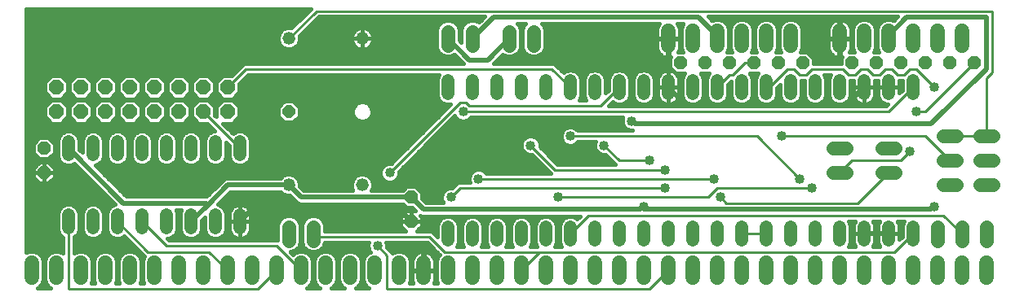
<source format=gbl>
G75*
%MOIN*%
%OFA0B0*%
%FSLAX24Y24*%
%IPPOS*%
%LPD*%
%AMOC8*
5,1,8,0,0,1.08239X$1,22.5*
%
%ADD10C,0.0600*%
%ADD11OC8,0.0600*%
%ADD12OC8,0.0520*%
%ADD13C,0.0520*%
%ADD14C,0.0560*%
%ADD15OC8,0.0515*%
%ADD16C,0.0520*%
%ADD17C,0.0200*%
%ADD18C,0.0160*%
%ADD19C,0.0100*%
%ADD20C,0.0400*%
D10*
X000680Y000880D02*
X000680Y001480D01*
X001680Y001480D02*
X001680Y000880D01*
X002680Y000880D02*
X002680Y001480D01*
X003680Y001480D02*
X003680Y000880D01*
X004680Y000880D02*
X004680Y001480D01*
X005680Y001480D02*
X005680Y000880D01*
X006680Y000880D02*
X006680Y001480D01*
X007680Y001480D02*
X007680Y000880D01*
X008680Y000880D02*
X008680Y001480D01*
X009680Y001480D02*
X009680Y000880D01*
X010680Y000880D02*
X010680Y001480D01*
X011680Y001480D02*
X011680Y000880D01*
X012680Y000880D02*
X012680Y001480D01*
X013680Y001480D02*
X013680Y000880D01*
X014680Y000880D02*
X014680Y001480D01*
X015680Y001480D02*
X015680Y000880D01*
X016680Y000880D02*
X016680Y001480D01*
X017680Y001480D02*
X017680Y000880D01*
X018680Y000880D02*
X018680Y001480D01*
X019680Y001480D02*
X019680Y000880D01*
X020680Y000880D02*
X020680Y001480D01*
X021680Y001480D02*
X021680Y000880D01*
X022680Y000880D02*
X022680Y001480D01*
X023680Y001480D02*
X023680Y000880D01*
X024680Y000880D02*
X024680Y001480D01*
X025680Y001480D02*
X025680Y000880D01*
X026680Y000880D02*
X026680Y001480D01*
X027680Y001480D02*
X027680Y000880D01*
X028680Y000880D02*
X028680Y001480D01*
X029680Y001480D02*
X029680Y000880D01*
X030680Y000880D02*
X030680Y001480D01*
X031680Y001480D02*
X031680Y000880D01*
X032680Y000880D02*
X032680Y001480D01*
X033680Y001480D02*
X033680Y000880D01*
X034680Y000880D02*
X034680Y001480D01*
X035680Y001480D02*
X035680Y000880D01*
X036680Y000880D02*
X036680Y001480D01*
X037680Y001480D02*
X037680Y000880D01*
X038680Y000880D02*
X038680Y001480D01*
X039680Y001480D02*
X039680Y000880D01*
X038680Y010380D02*
X038680Y010980D01*
X037680Y010980D02*
X037680Y010380D01*
X036680Y010380D02*
X036680Y010980D01*
X035680Y010980D02*
X035680Y010380D01*
X034680Y010380D02*
X034680Y010980D01*
X033680Y010980D02*
X033680Y010380D01*
X031680Y010380D02*
X031680Y010980D01*
X030680Y010980D02*
X030680Y010380D01*
X029680Y010380D02*
X029680Y010980D01*
X028680Y010980D02*
X028680Y010380D01*
X027680Y010380D02*
X027680Y010980D01*
X026680Y010980D02*
X026680Y010380D01*
D11*
X008680Y008680D03*
X007680Y008680D03*
X006680Y008680D03*
X005680Y008680D03*
X004680Y008680D03*
X003680Y008680D03*
X002680Y008680D03*
X001680Y008680D03*
X001680Y007680D03*
X002680Y007680D03*
X003680Y007680D03*
X004680Y007680D03*
X005680Y007680D03*
X006680Y007680D03*
X007680Y007680D03*
X008680Y007680D03*
D12*
X001180Y006180D03*
X001180Y005180D03*
X016180Y004180D03*
X016180Y003180D03*
X027180Y009680D03*
X028180Y009680D03*
X029180Y009680D03*
X030180Y009680D03*
X031180Y009680D03*
X032180Y009680D03*
X034180Y009680D03*
X035180Y009680D03*
X036180Y009680D03*
X037180Y009680D03*
X038180Y009680D03*
X039180Y009680D03*
D13*
X014180Y010680D03*
X011180Y010680D03*
X011180Y004680D03*
X014180Y004680D03*
D14*
X012180Y002960D02*
X012180Y002400D01*
X011180Y002400D02*
X011180Y002960D01*
X033400Y005180D02*
X033960Y005180D01*
X035400Y005180D02*
X035960Y005180D01*
X037900Y004680D02*
X038460Y004680D01*
X039400Y004680D02*
X039960Y004680D01*
X039960Y005680D02*
X039400Y005680D01*
X038460Y005680D02*
X037900Y005680D01*
X035960Y006180D02*
X035400Y006180D01*
X033960Y006180D02*
X033400Y006180D01*
X037900Y006680D02*
X038460Y006680D01*
X039400Y006680D02*
X039960Y006680D01*
X039680Y002960D02*
X039680Y002400D01*
X038680Y002400D02*
X038680Y002960D01*
X037680Y002960D02*
X037680Y002400D01*
X021180Y010400D02*
X021180Y010960D01*
X020180Y010960D02*
X020180Y010400D01*
X018680Y010400D02*
X018680Y010960D01*
X017680Y010960D02*
X017680Y010400D01*
D15*
X011180Y007680D03*
D16*
X009180Y006440D02*
X009180Y005920D01*
X008180Y005920D02*
X008180Y006440D01*
X007180Y006440D02*
X007180Y005920D01*
X006180Y005920D02*
X006180Y006440D01*
X005180Y006440D02*
X005180Y005920D01*
X004180Y005920D02*
X004180Y006440D01*
X003180Y006440D02*
X003180Y005920D01*
X002180Y005920D02*
X002180Y006440D01*
X002180Y003440D02*
X002180Y002920D01*
X003180Y002920D02*
X003180Y003440D01*
X004180Y003440D02*
X004180Y002920D01*
X005180Y002920D02*
X005180Y003440D01*
X006180Y003440D02*
X006180Y002920D01*
X007180Y002920D02*
X007180Y003440D01*
X008180Y003440D02*
X008180Y002920D01*
X009180Y002920D02*
X009180Y003440D01*
X017680Y002940D02*
X017680Y002420D01*
X018680Y002420D02*
X018680Y002940D01*
X019680Y002940D02*
X019680Y002420D01*
X020680Y002420D02*
X020680Y002940D01*
X021680Y002940D02*
X021680Y002420D01*
X022680Y002420D02*
X022680Y002940D01*
X023680Y002940D02*
X023680Y002420D01*
X024680Y002420D02*
X024680Y002940D01*
X025680Y002940D02*
X025680Y002420D01*
X026680Y002420D02*
X026680Y002940D01*
X027680Y002940D02*
X027680Y002420D01*
X028680Y002420D02*
X028680Y002940D01*
X029680Y002940D02*
X029680Y002420D01*
X030680Y002420D02*
X030680Y002940D01*
X031680Y002940D02*
X031680Y002420D01*
X032680Y002420D02*
X032680Y002940D01*
X033680Y002940D02*
X033680Y002420D01*
X034680Y002420D02*
X034680Y002940D01*
X035680Y002940D02*
X035680Y002420D01*
X036680Y002420D02*
X036680Y002940D01*
X036680Y008420D02*
X036680Y008940D01*
X035680Y008940D02*
X035680Y008420D01*
X034680Y008420D02*
X034680Y008940D01*
X033680Y008940D02*
X033680Y008420D01*
X032680Y008420D02*
X032680Y008940D01*
X031680Y008940D02*
X031680Y008420D01*
X030680Y008420D02*
X030680Y008940D01*
X029680Y008940D02*
X029680Y008420D01*
X028680Y008420D02*
X028680Y008940D01*
X027680Y008940D02*
X027680Y008420D01*
X026680Y008420D02*
X026680Y008940D01*
X025680Y008940D02*
X025680Y008420D01*
X024680Y008420D02*
X024680Y008940D01*
X023680Y008940D02*
X023680Y008420D01*
X022680Y008420D02*
X022680Y008940D01*
X021680Y008940D02*
X021680Y008420D01*
X020680Y008420D02*
X020680Y008940D01*
X019680Y008940D02*
X019680Y008420D01*
X018680Y008420D02*
X018680Y008940D01*
X017680Y008940D02*
X017680Y008420D01*
D17*
X018555Y009805D02*
X019305Y009805D01*
X020180Y010680D01*
X019555Y011555D02*
X018680Y010680D01*
X018555Y009805D02*
X017680Y010680D01*
X019555Y011555D02*
X027930Y011555D01*
X028680Y010805D01*
X028680Y010680D01*
X026680Y008680D02*
X027430Y007930D01*
X033930Y007930D01*
X034680Y008680D01*
X037430Y007180D02*
X039680Y009430D01*
X039680Y011555D01*
X036430Y011555D01*
X035680Y010805D01*
X035680Y010680D01*
X025305Y007180D02*
X025180Y007305D01*
X025305Y007180D02*
X037430Y007180D01*
X037555Y003805D02*
X037430Y003680D01*
X025680Y003680D01*
X025680Y003805D01*
X025555Y003680D01*
X016680Y003680D01*
X016180Y004180D01*
X011680Y004180D01*
X011180Y004680D01*
X008680Y004680D01*
X007868Y003868D01*
X007805Y003930D01*
X004430Y003930D01*
X002180Y006180D01*
X007180Y003180D02*
X007868Y003868D01*
X009180Y003180D02*
X009555Y003555D01*
X015805Y003555D01*
X016180Y003180D01*
X034680Y002680D02*
X035680Y002680D01*
D18*
X000952Y000473D02*
X000920Y000460D01*
X001440Y000460D01*
X001408Y000473D01*
X001273Y000608D01*
X001200Y000785D01*
X001200Y001575D01*
X001273Y001752D01*
X001408Y001887D01*
X001585Y001960D01*
X001775Y001960D01*
X001950Y001888D01*
X001950Y002539D01*
X001931Y002547D01*
X001807Y002671D01*
X001740Y002832D01*
X001740Y003528D01*
X001807Y003689D01*
X001931Y003813D01*
X002092Y003880D01*
X002268Y003880D01*
X002429Y003813D01*
X002553Y003689D01*
X002620Y003528D01*
X002620Y002832D01*
X002553Y002671D01*
X002429Y002547D01*
X002410Y002539D01*
X002410Y001888D01*
X002585Y001960D01*
X002775Y001960D01*
X002952Y001887D01*
X003087Y001752D01*
X003160Y001575D01*
X003160Y000785D01*
X003108Y000660D01*
X003252Y000660D01*
X003200Y000785D01*
X003200Y001575D01*
X003273Y001752D01*
X003408Y001887D01*
X003585Y001960D01*
X003775Y001960D01*
X003952Y001887D01*
X004087Y001752D01*
X004160Y001575D01*
X004160Y000785D01*
X004108Y000660D01*
X004252Y000660D01*
X004200Y000785D01*
X004200Y001575D01*
X004273Y001752D01*
X004408Y001887D01*
X004585Y001960D01*
X004775Y001960D01*
X004952Y001887D01*
X005087Y001752D01*
X005160Y001575D01*
X005160Y000785D01*
X005108Y000660D01*
X005252Y000660D01*
X005200Y000785D01*
X005200Y001575D01*
X005273Y001752D01*
X005278Y001757D01*
X005200Y001835D01*
X004458Y002576D01*
X004429Y002547D01*
X004268Y002480D01*
X004092Y002480D01*
X003931Y002547D01*
X003807Y002671D01*
X003740Y002832D01*
X003740Y003528D01*
X003807Y003689D01*
X003931Y003813D01*
X004086Y003878D01*
X002421Y005543D01*
X002268Y005480D01*
X002092Y005480D01*
X001931Y005547D01*
X001807Y005671D01*
X001740Y005832D01*
X001740Y006528D01*
X001807Y006689D01*
X001931Y006813D01*
X002092Y006880D01*
X002268Y006880D01*
X002429Y006813D01*
X002553Y006689D01*
X002620Y006528D01*
X002620Y006136D01*
X002740Y006016D01*
X002740Y006528D01*
X002807Y006689D01*
X002931Y006813D01*
X003092Y006880D01*
X003268Y006880D01*
X003429Y006813D01*
X003553Y006689D01*
X003620Y006528D01*
X003620Y005832D01*
X003553Y005671D01*
X003429Y005547D01*
X003274Y005482D01*
X004546Y004210D01*
X007814Y004210D01*
X008443Y004839D01*
X008521Y004917D01*
X008624Y004960D01*
X010838Y004960D01*
X010931Y005053D01*
X011092Y005120D01*
X011268Y005120D01*
X011429Y005053D01*
X011553Y004929D01*
X011620Y004768D01*
X011620Y004636D01*
X011796Y004460D01*
X013795Y004460D01*
X013740Y004592D01*
X013740Y004768D01*
X013807Y004929D01*
X013931Y005053D01*
X014092Y005120D01*
X014268Y005120D01*
X014429Y005053D01*
X014553Y004929D01*
X014620Y004768D01*
X014620Y004592D01*
X014565Y004460D01*
X015838Y004460D01*
X015998Y004620D01*
X016362Y004620D01*
X016620Y004362D01*
X016620Y004136D01*
X016796Y003960D01*
X017488Y003960D01*
X017483Y003965D01*
X017425Y004104D01*
X017425Y004256D01*
X017483Y004395D01*
X017590Y004502D01*
X017729Y004560D01*
X017860Y004560D01*
X017950Y004650D01*
X018085Y004785D01*
X018579Y004785D01*
X018550Y004854D01*
X018550Y005006D01*
X018608Y005145D01*
X018715Y005252D01*
X018854Y005310D01*
X019006Y005310D01*
X019145Y005252D01*
X019237Y005160D01*
X021875Y005160D01*
X021825Y005210D01*
X021110Y005925D01*
X020979Y005925D01*
X020840Y005983D01*
X020733Y006090D01*
X020675Y006229D01*
X020675Y006381D01*
X020733Y006520D01*
X016970Y006520D01*
X016812Y006362D02*
X020675Y006362D01*
X020686Y006203D02*
X016653Y006203D01*
X016161Y006362D02*
X009620Y006362D01*
X009620Y006520D02*
X016320Y006520D01*
X016478Y006679D02*
X009557Y006679D01*
X009553Y006689D02*
X009429Y006813D01*
X009268Y006880D01*
X009092Y006880D01*
X008931Y006813D01*
X008902Y006784D01*
X008485Y007200D01*
X008879Y007200D01*
X009160Y007481D01*
X009160Y007879D01*
X008879Y008160D01*
X008481Y008160D01*
X008200Y007879D01*
X008200Y007485D01*
X008160Y007525D01*
X008160Y007879D01*
X007879Y008160D01*
X007481Y008160D01*
X007200Y007879D01*
X007200Y007481D01*
X007481Y007200D01*
X007835Y007200D01*
X008155Y006880D01*
X008092Y006880D01*
X007931Y006813D01*
X007807Y006689D01*
X007740Y006528D01*
X007740Y005832D01*
X007807Y005671D01*
X007931Y005547D01*
X008092Y005480D01*
X008268Y005480D01*
X008429Y005547D01*
X008553Y005671D01*
X008620Y005832D01*
X008620Y006415D01*
X008740Y006295D01*
X008740Y005832D01*
X008807Y005671D01*
X008931Y005547D01*
X009092Y005480D01*
X009268Y005480D01*
X009429Y005547D01*
X009553Y005671D01*
X009620Y005832D01*
X009620Y006528D01*
X009553Y006689D01*
X009371Y006837D02*
X016637Y006837D01*
X016795Y006996D02*
X008690Y006996D01*
X008531Y007154D02*
X016954Y007154D01*
X017446Y006996D02*
X022458Y006996D01*
X022465Y007002D02*
X022358Y006895D01*
X022300Y006756D01*
X022300Y006604D01*
X022358Y006465D01*
X022465Y006358D01*
X022604Y006300D01*
X022756Y006300D01*
X022895Y006358D01*
X022987Y006450D01*
X023704Y006450D01*
X023675Y006381D01*
X023675Y006229D01*
X023733Y006090D01*
X023840Y005983D01*
X023979Y005925D01*
X024110Y005925D01*
X024450Y005585D01*
X024500Y005535D01*
X022150Y005535D01*
X021435Y006250D01*
X021435Y006381D01*
X021377Y006520D01*
X022335Y006520D01*
X022461Y006362D02*
X021435Y006362D01*
X021482Y006203D02*
X023686Y006203D01*
X023675Y006362D02*
X022899Y006362D01*
X022300Y006679D02*
X021146Y006679D01*
X021131Y006685D02*
X020979Y006685D01*
X020840Y006627D01*
X020733Y006520D01*
X020964Y006679D02*
X017129Y006679D01*
X017287Y006837D02*
X022334Y006837D01*
X022465Y007002D02*
X022604Y007060D01*
X022756Y007060D01*
X022895Y007002D01*
X022987Y006910D01*
X025225Y006910D01*
X025189Y006925D01*
X025104Y006925D01*
X024965Y006983D01*
X024858Y007090D01*
X024800Y007229D01*
X024800Y007381D01*
X024829Y007450D01*
X018612Y007450D01*
X018520Y007358D01*
X018381Y007300D01*
X018229Y007300D01*
X018090Y007358D01*
X017983Y007465D01*
X017963Y007513D01*
X015685Y005235D01*
X015685Y005104D01*
X015627Y004965D01*
X015520Y004858D01*
X015381Y004800D01*
X015229Y004800D01*
X015090Y004858D01*
X014983Y004965D01*
X014925Y005104D01*
X014925Y005256D01*
X014983Y005395D01*
X015090Y005502D01*
X015229Y005560D01*
X015360Y005560D01*
X017788Y007989D01*
X017768Y007980D01*
X017592Y007980D01*
X017431Y008047D01*
X017307Y008171D01*
X017240Y008332D01*
X017240Y009028D01*
X017307Y009189D01*
X017318Y009200D01*
X009525Y009200D01*
X009160Y008835D01*
X009160Y008481D01*
X008879Y008200D01*
X008481Y008200D01*
X008200Y008481D01*
X008200Y008879D01*
X008481Y009160D01*
X008835Y009160D01*
X009335Y009660D01*
X018304Y009660D01*
X017947Y010017D01*
X017941Y010010D01*
X017771Y009940D01*
X017588Y009940D01*
X017419Y010010D01*
X017290Y010139D01*
X017220Y010308D01*
X017220Y011051D01*
X017290Y011221D01*
X017419Y011350D01*
X017588Y011420D01*
X017771Y011420D01*
X017941Y011350D01*
X018070Y011221D01*
X018140Y011051D01*
X018140Y010616D01*
X018220Y010536D01*
X018220Y011051D01*
X018290Y011221D01*
X018419Y011350D01*
X018588Y011420D01*
X018771Y011420D01*
X018941Y011350D01*
X018947Y011343D01*
X019179Y011575D01*
X012400Y011575D01*
X011612Y010787D01*
X011620Y010768D01*
X011620Y010592D01*
X011553Y010431D01*
X011429Y010307D01*
X011268Y010240D01*
X011092Y010240D01*
X010931Y010307D01*
X010807Y010431D01*
X010740Y010592D01*
X010740Y010768D01*
X010807Y010929D01*
X010931Y011053D01*
X011092Y011120D01*
X011268Y011120D01*
X011287Y011112D01*
X012071Y011896D01*
X000460Y011896D01*
X000460Y001908D01*
X000585Y001960D01*
X000775Y001960D01*
X000952Y001887D01*
X001087Y001752D01*
X001160Y001575D01*
X001160Y000785D01*
X001087Y000608D01*
X000952Y000473D01*
X000976Y000497D02*
X001384Y000497D01*
X001253Y000656D02*
X001107Y000656D01*
X001160Y000814D02*
X001200Y000814D01*
X001200Y000973D02*
X001160Y000973D01*
X001160Y001131D02*
X001200Y001131D01*
X001200Y001290D02*
X001160Y001290D01*
X001160Y001448D02*
X001200Y001448D01*
X001213Y001607D02*
X001147Y001607D01*
X001074Y001765D02*
X001286Y001765D01*
X001496Y001924D02*
X000864Y001924D01*
X000496Y001924D02*
X000460Y001924D01*
X000460Y002082D02*
X001950Y002082D01*
X001950Y001924D02*
X001864Y001924D01*
X002410Y001924D02*
X002496Y001924D01*
X002410Y002082D02*
X004953Y002082D01*
X004864Y001924D02*
X005111Y001924D01*
X005074Y001765D02*
X005270Y001765D01*
X004496Y001924D02*
X003864Y001924D01*
X004074Y001765D02*
X004286Y001765D01*
X004213Y001607D02*
X004147Y001607D01*
X004160Y001448D02*
X004200Y001448D01*
X004200Y001290D02*
X004160Y001290D01*
X004160Y001131D02*
X004200Y001131D01*
X004200Y000973D02*
X004160Y000973D01*
X004160Y000814D02*
X004200Y000814D01*
X005160Y000814D02*
X005200Y000814D01*
X005200Y000973D02*
X005160Y000973D01*
X005160Y001131D02*
X005200Y001131D01*
X005200Y001290D02*
X005160Y001290D01*
X005160Y001448D02*
X005200Y001448D01*
X005213Y001607D02*
X005147Y001607D01*
X003496Y001924D02*
X002864Y001924D01*
X003074Y001765D02*
X003286Y001765D01*
X003213Y001607D02*
X003147Y001607D01*
X003160Y001448D02*
X003200Y001448D01*
X003200Y001290D02*
X003160Y001290D01*
X003160Y001131D02*
X003200Y001131D01*
X003200Y000973D02*
X003160Y000973D01*
X003160Y000814D02*
X003200Y000814D01*
X002410Y002241D02*
X004794Y002241D01*
X004636Y002399D02*
X002410Y002399D01*
X002440Y002558D02*
X002920Y002558D01*
X002931Y002547D02*
X003092Y002480D01*
X003268Y002480D01*
X003429Y002547D01*
X003553Y002671D01*
X003620Y002832D01*
X003620Y003528D01*
X003553Y003689D01*
X003429Y003813D01*
X003268Y003880D01*
X003092Y003880D01*
X002931Y003813D01*
X002807Y003689D01*
X002740Y003528D01*
X002740Y002832D01*
X002807Y002671D01*
X002931Y002547D01*
X002788Y002716D02*
X002572Y002716D01*
X002620Y002875D02*
X002740Y002875D01*
X002740Y003033D02*
X002620Y003033D01*
X002620Y003192D02*
X002740Y003192D01*
X002740Y003350D02*
X002620Y003350D01*
X002620Y003509D02*
X002740Y003509D01*
X002798Y003667D02*
X002562Y003667D01*
X002399Y003826D02*
X002961Y003826D01*
X003399Y003826D02*
X003961Y003826D01*
X003798Y003667D02*
X003562Y003667D01*
X003620Y003509D02*
X003740Y003509D01*
X003740Y003350D02*
X003620Y003350D01*
X003620Y003192D02*
X003740Y003192D01*
X003740Y003033D02*
X003620Y003033D01*
X003620Y002875D02*
X003740Y002875D01*
X003788Y002716D02*
X003572Y002716D01*
X003440Y002558D02*
X003920Y002558D01*
X004440Y002558D02*
X004477Y002558D01*
X006205Y002480D02*
X006275Y002410D01*
X010720Y002410D01*
X010720Y003051D01*
X010790Y003221D01*
X010919Y003350D01*
X011088Y003420D01*
X011271Y003420D01*
X011441Y003350D01*
X011570Y003221D01*
X011640Y003051D01*
X011640Y002308D01*
X011570Y002139D01*
X011441Y002010D01*
X011271Y001940D01*
X011245Y001940D01*
X011353Y001832D01*
X011408Y001887D01*
X011585Y001960D01*
X011775Y001960D01*
X011952Y001887D01*
X012087Y001752D01*
X012160Y001575D01*
X012160Y000785D01*
X012087Y000608D01*
X011952Y000473D01*
X011920Y000460D01*
X012440Y000460D01*
X012408Y000473D01*
X012273Y000608D01*
X012200Y000785D01*
X012200Y001575D01*
X012273Y001752D01*
X012408Y001887D01*
X012585Y001960D01*
X012775Y001960D01*
X012952Y001887D01*
X013087Y001752D01*
X013160Y001575D01*
X013160Y000785D01*
X013087Y000608D01*
X012952Y000473D01*
X012920Y000460D01*
X013440Y000460D01*
X013408Y000473D01*
X013273Y000608D01*
X013200Y000785D01*
X013200Y001575D01*
X013273Y001752D01*
X013408Y001887D01*
X013585Y001960D01*
X013775Y001960D01*
X013952Y001887D01*
X014087Y001752D01*
X014160Y001575D01*
X014160Y000785D01*
X014087Y000608D01*
X013952Y000473D01*
X013920Y000460D01*
X014440Y000460D01*
X014408Y000473D01*
X014273Y000608D01*
X014200Y000785D01*
X014200Y001575D01*
X014273Y001752D01*
X014408Y001887D01*
X014516Y001932D01*
X014483Y001965D01*
X014425Y002104D01*
X014425Y002256D01*
X014454Y002325D01*
X012640Y002325D01*
X012640Y002308D01*
X012570Y002139D01*
X012441Y002010D01*
X012271Y001940D01*
X012088Y001940D01*
X011919Y002010D01*
X011790Y002139D01*
X011720Y002308D01*
X011720Y003051D01*
X011790Y003221D01*
X011919Y003350D01*
X012088Y003420D01*
X012271Y003420D01*
X012441Y003350D01*
X012570Y003221D01*
X012640Y003051D01*
X012640Y002785D01*
X015953Y002785D01*
X015740Y002998D01*
X015740Y003180D01*
X016180Y003180D01*
X016620Y003180D01*
X016620Y003362D01*
X016553Y003430D01*
X016624Y003400D01*
X023075Y003400D01*
X022958Y003284D01*
X022929Y003313D01*
X022768Y003380D01*
X022592Y003380D01*
X022431Y003313D01*
X022307Y003189D01*
X022240Y003028D01*
X022240Y002332D01*
X022307Y002171D01*
X022318Y002160D01*
X022042Y002160D01*
X022053Y002171D01*
X022120Y002332D01*
X022120Y003028D01*
X022053Y003189D01*
X021929Y003313D01*
X021768Y003380D01*
X021592Y003380D01*
X021431Y003313D01*
X021307Y003189D01*
X021240Y003028D01*
X021240Y002332D01*
X021307Y002171D01*
X021318Y002160D01*
X021042Y002160D01*
X021053Y002171D01*
X021120Y002332D01*
X021120Y003028D01*
X021053Y003189D01*
X020929Y003313D01*
X020768Y003380D01*
X020592Y003380D01*
X020431Y003313D01*
X020307Y003189D01*
X020240Y003028D01*
X020240Y002332D01*
X020307Y002171D01*
X020318Y002160D01*
X020042Y002160D01*
X020053Y002171D01*
X020120Y002332D01*
X020120Y003028D01*
X020053Y003189D01*
X019929Y003313D01*
X019768Y003380D01*
X019592Y003380D01*
X019431Y003313D01*
X019307Y003189D01*
X019240Y003028D01*
X019240Y002332D01*
X019307Y002171D01*
X019318Y002160D01*
X019042Y002160D01*
X019053Y002171D01*
X019120Y002332D01*
X019120Y003028D01*
X019053Y003189D01*
X018929Y003313D01*
X018768Y003380D01*
X018592Y003380D01*
X018431Y003313D01*
X018307Y003189D01*
X018240Y003028D01*
X018240Y002332D01*
X018307Y002171D01*
X018318Y002160D01*
X018042Y002160D01*
X018053Y002171D01*
X018120Y002332D01*
X018120Y003028D01*
X018053Y003189D01*
X017929Y003313D01*
X017768Y003380D01*
X017592Y003380D01*
X017431Y003313D01*
X017307Y003189D01*
X017240Y003028D01*
X017240Y002570D01*
X017025Y002785D01*
X016407Y002785D01*
X016620Y002998D01*
X016620Y003180D01*
X016180Y003180D01*
X016180Y003180D01*
X016180Y003180D01*
X016180Y003620D01*
X016344Y003620D01*
X016224Y003740D01*
X015998Y003740D01*
X015838Y003900D01*
X011624Y003900D01*
X011521Y003943D01*
X011224Y004240D01*
X011092Y004240D01*
X010931Y004307D01*
X010838Y004400D01*
X008796Y004400D01*
X008274Y003878D01*
X008429Y003813D01*
X008553Y003689D01*
X008620Y003528D01*
X008620Y002832D01*
X008553Y002671D01*
X008429Y002547D01*
X008268Y002480D01*
X008092Y002480D01*
X007931Y002547D01*
X007807Y002671D01*
X007740Y002832D01*
X007740Y003344D01*
X007620Y003224D01*
X007620Y002832D01*
X007553Y002671D01*
X007429Y002547D01*
X007268Y002480D01*
X007092Y002480D01*
X006931Y002547D01*
X006807Y002671D01*
X006740Y002832D01*
X006740Y003528D01*
X006791Y003650D01*
X006569Y003650D01*
X006620Y003528D01*
X006620Y002832D01*
X006553Y002671D01*
X006429Y002547D01*
X006268Y002480D01*
X006205Y002480D01*
X006440Y002558D02*
X006920Y002558D01*
X006788Y002716D02*
X006572Y002716D01*
X006620Y002875D02*
X006740Y002875D01*
X006740Y003033D02*
X006620Y003033D01*
X006620Y003192D02*
X006740Y003192D01*
X006740Y003350D02*
X006620Y003350D01*
X006620Y003509D02*
X006740Y003509D01*
X007620Y003192D02*
X007740Y003192D01*
X007740Y003033D02*
X007620Y003033D01*
X007620Y002875D02*
X007740Y002875D01*
X007788Y002716D02*
X007572Y002716D01*
X007440Y002558D02*
X007920Y002558D01*
X008440Y002558D02*
X008930Y002558D01*
X008949Y002544D02*
X009011Y002512D01*
X009077Y002491D01*
X009145Y002480D01*
X009180Y002480D01*
X009215Y002480D01*
X009283Y002491D01*
X009349Y002512D01*
X009411Y002544D01*
X009467Y002584D01*
X009516Y002633D01*
X009556Y002689D01*
X009588Y002751D01*
X009609Y002817D01*
X009620Y002885D01*
X009620Y003180D01*
X009620Y003475D01*
X009609Y003543D01*
X009588Y003609D01*
X009556Y003671D01*
X009516Y003727D01*
X009467Y003776D01*
X009411Y003816D01*
X009349Y003848D01*
X009283Y003869D01*
X009215Y003880D01*
X009180Y003880D01*
X009180Y003180D01*
X009620Y003180D01*
X009180Y003180D01*
X009180Y003180D01*
X009180Y003180D01*
X009180Y002480D01*
X009180Y003180D01*
X009180Y003180D01*
X009180Y003180D01*
X008740Y003180D01*
X008740Y003475D01*
X008751Y003543D01*
X008772Y003609D01*
X008804Y003671D01*
X008844Y003727D01*
X008893Y003776D01*
X008949Y003816D01*
X009011Y003848D01*
X009077Y003869D01*
X009145Y003880D01*
X009180Y003880D01*
X009180Y003180D01*
X008740Y003180D01*
X008740Y002885D01*
X008751Y002817D01*
X008772Y002751D01*
X008804Y002689D01*
X008844Y002633D01*
X008893Y002584D01*
X008949Y002544D01*
X009180Y002558D02*
X009180Y002558D01*
X009180Y002716D02*
X009180Y002716D01*
X009430Y002558D02*
X010720Y002558D01*
X010720Y002716D02*
X009570Y002716D01*
X009618Y002875D02*
X010720Y002875D01*
X010720Y003033D02*
X009620Y003033D01*
X009620Y003192D02*
X010778Y003192D01*
X010920Y003350D02*
X009620Y003350D01*
X009615Y003509D02*
X015886Y003509D01*
X015998Y003620D02*
X015740Y003362D01*
X015740Y003180D01*
X016180Y003180D01*
X016180Y003180D01*
X016180Y003620D01*
X015998Y003620D01*
X016180Y003509D02*
X016180Y003509D01*
X016180Y003350D02*
X016180Y003350D01*
X016620Y003350D02*
X017520Y003350D01*
X017840Y003350D02*
X018520Y003350D01*
X018840Y003350D02*
X019520Y003350D01*
X019840Y003350D02*
X020520Y003350D01*
X020840Y003350D02*
X021520Y003350D01*
X021840Y003350D02*
X022520Y003350D01*
X022840Y003350D02*
X023025Y003350D01*
X022309Y003192D02*
X022051Y003192D01*
X022118Y003033D02*
X022242Y003033D01*
X022240Y002875D02*
X022120Y002875D01*
X022120Y002716D02*
X022240Y002716D01*
X022240Y002558D02*
X022120Y002558D01*
X022120Y002399D02*
X022240Y002399D01*
X022278Y002241D02*
X022082Y002241D01*
X021278Y002241D02*
X021082Y002241D01*
X021120Y002399D02*
X021240Y002399D01*
X021240Y002558D02*
X021120Y002558D01*
X021120Y002716D02*
X021240Y002716D01*
X021240Y002875D02*
X021120Y002875D01*
X021118Y003033D02*
X021242Y003033D01*
X021309Y003192D02*
X021051Y003192D01*
X020309Y003192D02*
X020051Y003192D01*
X020118Y003033D02*
X020242Y003033D01*
X020240Y002875D02*
X020120Y002875D01*
X020120Y002716D02*
X020240Y002716D01*
X020240Y002558D02*
X020120Y002558D01*
X020120Y002399D02*
X020240Y002399D01*
X020278Y002241D02*
X020082Y002241D01*
X019278Y002241D02*
X019082Y002241D01*
X019120Y002399D02*
X019240Y002399D01*
X019240Y002558D02*
X019120Y002558D01*
X019120Y002716D02*
X019240Y002716D01*
X019240Y002875D02*
X019120Y002875D01*
X019118Y003033D02*
X019242Y003033D01*
X019309Y003192D02*
X019051Y003192D01*
X018309Y003192D02*
X018051Y003192D01*
X018118Y003033D02*
X018242Y003033D01*
X018240Y002875D02*
X018120Y002875D01*
X018120Y002716D02*
X018240Y002716D01*
X018240Y002558D02*
X018120Y002558D01*
X018120Y002399D02*
X018240Y002399D01*
X018278Y002241D02*
X018082Y002241D01*
X017325Y001835D02*
X016835Y002325D01*
X015156Y002325D01*
X015185Y002256D01*
X015185Y002125D01*
X015275Y002035D01*
X015275Y002035D01*
X015410Y001900D01*
X015410Y001888D01*
X015585Y001960D01*
X015775Y001960D01*
X015952Y001887D01*
X016087Y001752D01*
X016160Y001575D01*
X016160Y000785D01*
X016108Y000660D01*
X016253Y000660D01*
X016235Y000696D01*
X016212Y000768D01*
X016200Y000842D01*
X016200Y001160D01*
X016660Y001160D01*
X016660Y001200D01*
X016660Y001960D01*
X016642Y001960D01*
X016568Y001948D01*
X016496Y001925D01*
X016428Y001891D01*
X016367Y001846D01*
X016314Y001793D01*
X016269Y001732D01*
X016235Y001664D01*
X016212Y001592D01*
X016200Y001518D01*
X016200Y001200D01*
X016660Y001200D01*
X016700Y001200D01*
X016700Y001960D01*
X016718Y001960D01*
X016792Y001948D01*
X016864Y001925D01*
X016932Y001891D01*
X016993Y001846D01*
X017046Y001793D01*
X017091Y001732D01*
X017125Y001664D01*
X017148Y001592D01*
X017160Y001518D01*
X017160Y001200D01*
X016700Y001200D01*
X016700Y001160D01*
X017160Y001160D01*
X017160Y000842D01*
X017148Y000768D01*
X017125Y000696D01*
X017107Y000660D01*
X017252Y000660D01*
X017200Y000785D01*
X017200Y001575D01*
X017273Y001752D01*
X017340Y001819D01*
X017325Y001835D01*
X017286Y001765D02*
X017066Y001765D01*
X017236Y001924D02*
X016867Y001924D01*
X016700Y001924D02*
X016660Y001924D01*
X016660Y001765D02*
X016700Y001765D01*
X016493Y001924D02*
X015864Y001924D01*
X016074Y001765D02*
X016294Y001765D01*
X016216Y001607D02*
X016147Y001607D01*
X016660Y001607D02*
X016700Y001607D01*
X017144Y001607D02*
X017213Y001607D01*
X017200Y001448D02*
X017160Y001448D01*
X017160Y001290D02*
X017200Y001290D01*
X017200Y001131D02*
X017160Y001131D01*
X016700Y001290D02*
X016660Y001290D01*
X016660Y001448D02*
X016700Y001448D01*
X016200Y001448D02*
X016160Y001448D01*
X016160Y001290D02*
X016200Y001290D01*
X016200Y001131D02*
X016160Y001131D01*
X016160Y000973D02*
X016200Y000973D01*
X016204Y000814D02*
X016160Y000814D01*
X017156Y000814D02*
X017200Y000814D01*
X017200Y000973D02*
X017160Y000973D01*
X014384Y000497D02*
X013976Y000497D01*
X014107Y000656D02*
X014253Y000656D01*
X014200Y000814D02*
X014160Y000814D01*
X014160Y000973D02*
X014200Y000973D01*
X014200Y001131D02*
X014160Y001131D01*
X014160Y001290D02*
X014200Y001290D01*
X014200Y001448D02*
X014160Y001448D01*
X014147Y001607D02*
X014213Y001607D01*
X014286Y001765D02*
X014074Y001765D01*
X013864Y001924D02*
X014496Y001924D01*
X014434Y002082D02*
X012513Y002082D01*
X012496Y001924D02*
X011864Y001924D01*
X011847Y002082D02*
X011513Y002082D01*
X011496Y001924D02*
X011262Y001924D01*
X012074Y001765D02*
X012286Y001765D01*
X012864Y001924D02*
X013496Y001924D01*
X013286Y001765D02*
X013074Y001765D01*
X013147Y001607D02*
X013213Y001607D01*
X013200Y001448D02*
X013160Y001448D01*
X013160Y001290D02*
X013200Y001290D01*
X013200Y001131D02*
X013160Y001131D01*
X013160Y000973D02*
X013200Y000973D01*
X013200Y000814D02*
X013160Y000814D01*
X013107Y000656D02*
X013253Y000656D01*
X013384Y000497D02*
X012976Y000497D01*
X012384Y000497D02*
X011976Y000497D01*
X012107Y000656D02*
X012253Y000656D01*
X012200Y000814D02*
X012160Y000814D01*
X012160Y000973D02*
X012200Y000973D01*
X012200Y001131D02*
X012160Y001131D01*
X012160Y001290D02*
X012200Y001290D01*
X012200Y001448D02*
X012160Y001448D01*
X012147Y001607D02*
X012213Y001607D01*
X012612Y002241D02*
X014425Y002241D01*
X015185Y002241D02*
X016919Y002241D01*
X017078Y002082D02*
X015228Y002082D01*
X015387Y001924D02*
X015496Y001924D01*
X017094Y002716D02*
X017240Y002716D01*
X017240Y002875D02*
X016497Y002875D01*
X016620Y003033D02*
X017242Y003033D01*
X017309Y003192D02*
X016620Y003192D01*
X016180Y003192D02*
X016180Y003192D01*
X015740Y003192D02*
X012582Y003192D01*
X012640Y003033D02*
X015740Y003033D01*
X015863Y002875D02*
X012640Y002875D01*
X011778Y003192D02*
X011582Y003192D01*
X011640Y003033D02*
X011720Y003033D01*
X011720Y002875D02*
X011640Y002875D01*
X011640Y002716D02*
X011720Y002716D01*
X011720Y002558D02*
X011640Y002558D01*
X011640Y002399D02*
X011720Y002399D01*
X011748Y002241D02*
X011612Y002241D01*
X009180Y002875D02*
X009180Y002875D01*
X009180Y003033D02*
X009180Y003033D01*
X009180Y003192D02*
X009180Y003192D01*
X008740Y003192D02*
X008620Y003192D01*
X008620Y003033D02*
X008740Y003033D01*
X008742Y002875D02*
X008620Y002875D01*
X008572Y002716D02*
X008790Y002716D01*
X008740Y003350D02*
X008620Y003350D01*
X008620Y003509D02*
X008745Y003509D01*
X008802Y003667D02*
X008562Y003667D01*
X008399Y003826D02*
X008967Y003826D01*
X009180Y003826D02*
X009180Y003826D01*
X009180Y003667D02*
X009180Y003667D01*
X009180Y003509D02*
X009180Y003509D01*
X009180Y003350D02*
X009180Y003350D01*
X009558Y003667D02*
X016297Y003667D01*
X015912Y003826D02*
X009393Y003826D01*
X008380Y003984D02*
X011480Y003984D01*
X011322Y004143D02*
X008538Y004143D01*
X008697Y004301D02*
X010945Y004301D01*
X011638Y004618D02*
X013740Y004618D01*
X013744Y004777D02*
X011616Y004777D01*
X011547Y004935D02*
X013813Y004935D01*
X014029Y005094D02*
X011331Y005094D01*
X011029Y005094D02*
X003662Y005094D01*
X003504Y005252D02*
X014925Y005252D01*
X014930Y005094D02*
X014331Y005094D01*
X014547Y004935D02*
X015013Y004935D01*
X014616Y004777D02*
X018076Y004777D01*
X017918Y004618D02*
X016364Y004618D01*
X016523Y004460D02*
X017547Y004460D01*
X017444Y004301D02*
X016620Y004301D01*
X016620Y004143D02*
X017425Y004143D01*
X017475Y003984D02*
X016772Y003984D01*
X015996Y004618D02*
X014620Y004618D01*
X015597Y004935D02*
X018550Y004935D01*
X018586Y005094D02*
X015680Y005094D01*
X015702Y005252D02*
X018715Y005252D01*
X019145Y005252D02*
X021783Y005252D01*
X021624Y005411D02*
X015861Y005411D01*
X016019Y005569D02*
X021466Y005569D01*
X021307Y005728D02*
X016178Y005728D01*
X016336Y005886D02*
X021149Y005886D01*
X020778Y006045D02*
X016495Y006045D01*
X016003Y006203D02*
X009620Y006203D01*
X009620Y006045D02*
X015844Y006045D01*
X015686Y005886D02*
X009620Y005886D01*
X009577Y005728D02*
X015527Y005728D01*
X015369Y005569D02*
X009451Y005569D01*
X008909Y005569D02*
X008451Y005569D01*
X008577Y005728D02*
X008783Y005728D01*
X008740Y005886D02*
X008620Y005886D01*
X008620Y006045D02*
X008740Y006045D01*
X008740Y006203D02*
X008620Y006203D01*
X008620Y006362D02*
X008673Y006362D01*
X007803Y006679D02*
X007557Y006679D01*
X007553Y006689D02*
X007429Y006813D01*
X007268Y006880D01*
X007092Y006880D01*
X006931Y006813D01*
X006807Y006689D01*
X006740Y006528D01*
X006740Y005832D01*
X006807Y005671D01*
X006931Y005547D01*
X007092Y005480D01*
X007268Y005480D01*
X007429Y005547D01*
X007553Y005671D01*
X007620Y005832D01*
X007620Y006528D01*
X007553Y006689D01*
X007371Y006837D02*
X007989Y006837D01*
X008039Y006996D02*
X000460Y006996D01*
X000460Y007154D02*
X007881Y007154D01*
X007369Y007313D02*
X006991Y007313D01*
X006879Y007200D02*
X007160Y007481D01*
X007160Y007879D01*
X006879Y008160D01*
X006481Y008160D01*
X006200Y007879D01*
X006200Y007481D01*
X006481Y007200D01*
X006879Y007200D01*
X006369Y007313D02*
X005991Y007313D01*
X005879Y007200D02*
X005481Y007200D01*
X005200Y007481D01*
X005200Y007879D01*
X005481Y008160D01*
X005879Y008160D01*
X006160Y007879D01*
X006160Y007481D01*
X005879Y007200D01*
X005369Y007313D02*
X004991Y007313D01*
X004879Y007200D02*
X005160Y007481D01*
X005160Y007879D01*
X004879Y008160D01*
X004481Y008160D01*
X004200Y007879D01*
X004200Y007481D01*
X004481Y007200D01*
X004879Y007200D01*
X004369Y007313D02*
X003991Y007313D01*
X003879Y007200D02*
X003481Y007200D01*
X003200Y007481D01*
X003200Y007879D01*
X003481Y008160D01*
X003879Y008160D01*
X004160Y007879D01*
X004160Y007481D01*
X003879Y007200D01*
X003369Y007313D02*
X002991Y007313D01*
X002879Y007200D02*
X002481Y007200D01*
X002200Y007481D01*
X002200Y007879D01*
X002481Y008160D01*
X002879Y008160D01*
X003160Y007879D01*
X003160Y007481D01*
X002879Y007200D01*
X003150Y007471D02*
X003210Y007471D01*
X003200Y007630D02*
X003160Y007630D01*
X003160Y007788D02*
X003200Y007788D01*
X003268Y007947D02*
X003092Y007947D01*
X002934Y008105D02*
X003426Y008105D01*
X003481Y008200D02*
X003879Y008200D01*
X004160Y008481D01*
X004160Y008879D01*
X003879Y009160D01*
X003481Y009160D01*
X003200Y008879D01*
X003200Y008481D01*
X003481Y008200D01*
X003418Y008264D02*
X002942Y008264D01*
X002879Y008200D02*
X003160Y008481D01*
X003160Y008879D01*
X002879Y009160D01*
X002481Y009160D01*
X002200Y008879D01*
X002200Y008481D01*
X002481Y008200D01*
X002879Y008200D01*
X003101Y008422D02*
X003259Y008422D01*
X003200Y008581D02*
X003160Y008581D01*
X003160Y008739D02*
X003200Y008739D01*
X003219Y008898D02*
X003141Y008898D01*
X002983Y009056D02*
X003377Y009056D01*
X003983Y009056D02*
X004377Y009056D01*
X004481Y009160D02*
X004200Y008879D01*
X004200Y008481D01*
X004481Y008200D01*
X004879Y008200D01*
X005160Y008481D01*
X005160Y008879D01*
X004879Y009160D01*
X004481Y009160D01*
X004983Y009056D02*
X005377Y009056D01*
X005481Y009160D02*
X005200Y008879D01*
X005200Y008481D01*
X005481Y008200D01*
X005879Y008200D01*
X006160Y008481D01*
X006160Y008879D01*
X005879Y009160D01*
X005481Y009160D01*
X005983Y009056D02*
X006377Y009056D01*
X006481Y009160D02*
X006200Y008879D01*
X006200Y008481D01*
X006481Y008200D01*
X006879Y008200D01*
X007160Y008481D01*
X007160Y008879D01*
X006879Y009160D01*
X006481Y009160D01*
X006983Y009056D02*
X007377Y009056D01*
X007481Y009160D02*
X007200Y008879D01*
X007200Y008481D01*
X007481Y008200D01*
X007879Y008200D01*
X008160Y008481D01*
X008160Y008879D01*
X007879Y009160D01*
X007481Y009160D01*
X007983Y009056D02*
X008377Y009056D01*
X008889Y009215D02*
X000460Y009215D01*
X000460Y009373D02*
X009048Y009373D01*
X009206Y009532D02*
X000460Y009532D01*
X000460Y009690D02*
X018274Y009690D01*
X018116Y009849D02*
X000460Y009849D01*
X000460Y010007D02*
X017427Y010007D01*
X017933Y010007D02*
X017957Y010007D01*
X017279Y010166D02*
X000460Y010166D01*
X000460Y010324D02*
X010914Y010324D01*
X010786Y010483D02*
X000460Y010483D01*
X000460Y010641D02*
X010740Y010641D01*
X010753Y010800D02*
X000460Y010800D01*
X000460Y010958D02*
X010836Y010958D01*
X011084Y011117D02*
X000460Y011117D01*
X000460Y011275D02*
X011450Y011275D01*
X011608Y011434D02*
X000460Y011434D01*
X000460Y011592D02*
X011767Y011592D01*
X011925Y011751D02*
X000460Y011751D01*
X001481Y009160D02*
X001200Y008879D01*
X001200Y008481D01*
X001481Y008200D01*
X001879Y008200D01*
X002160Y008481D01*
X002160Y008879D01*
X001879Y009160D01*
X001481Y009160D01*
X001377Y009056D02*
X000460Y009056D01*
X000460Y008898D02*
X001219Y008898D01*
X001200Y008739D02*
X000460Y008739D01*
X000460Y008581D02*
X001200Y008581D01*
X001259Y008422D02*
X000460Y008422D01*
X000460Y008264D02*
X001418Y008264D01*
X001481Y008160D02*
X001200Y007879D01*
X001200Y007481D01*
X001481Y007200D01*
X001879Y007200D01*
X002160Y007481D01*
X002160Y007879D01*
X001879Y008160D01*
X001481Y008160D01*
X001426Y008105D02*
X000460Y008105D01*
X000460Y007947D02*
X001268Y007947D01*
X001200Y007788D02*
X000460Y007788D01*
X000460Y007630D02*
X001200Y007630D01*
X001210Y007471D02*
X000460Y007471D01*
X000460Y007313D02*
X001369Y007313D01*
X001991Y007313D02*
X002369Y007313D01*
X002210Y007471D02*
X002150Y007471D01*
X002160Y007630D02*
X002200Y007630D01*
X002200Y007788D02*
X002160Y007788D01*
X002092Y007947D02*
X002268Y007947D01*
X002426Y008105D02*
X001934Y008105D01*
X001942Y008264D02*
X002418Y008264D01*
X002259Y008422D02*
X002101Y008422D01*
X002160Y008581D02*
X002200Y008581D01*
X002200Y008739D02*
X002160Y008739D01*
X002141Y008898D02*
X002219Y008898D01*
X002377Y009056D02*
X001983Y009056D01*
X004141Y008898D02*
X004219Y008898D01*
X004200Y008739D02*
X004160Y008739D01*
X004160Y008581D02*
X004200Y008581D01*
X004259Y008422D02*
X004101Y008422D01*
X003942Y008264D02*
X004418Y008264D01*
X004426Y008105D02*
X003934Y008105D01*
X004092Y007947D02*
X004268Y007947D01*
X004200Y007788D02*
X004160Y007788D01*
X004160Y007630D02*
X004200Y007630D01*
X004210Y007471D02*
X004150Y007471D01*
X005150Y007471D02*
X005210Y007471D01*
X005200Y007630D02*
X005160Y007630D01*
X005160Y007788D02*
X005200Y007788D01*
X005268Y007947D02*
X005092Y007947D01*
X004934Y008105D02*
X005426Y008105D01*
X005418Y008264D02*
X004942Y008264D01*
X005101Y008422D02*
X005259Y008422D01*
X005200Y008581D02*
X005160Y008581D01*
X005160Y008739D02*
X005200Y008739D01*
X005219Y008898D02*
X005141Y008898D01*
X006141Y008898D02*
X006219Y008898D01*
X006200Y008739D02*
X006160Y008739D01*
X006160Y008581D02*
X006200Y008581D01*
X006259Y008422D02*
X006101Y008422D01*
X005942Y008264D02*
X006418Y008264D01*
X006426Y008105D02*
X005934Y008105D01*
X006092Y007947D02*
X006268Y007947D01*
X006200Y007788D02*
X006160Y007788D01*
X006160Y007630D02*
X006200Y007630D01*
X006210Y007471D02*
X006150Y007471D01*
X007150Y007471D02*
X007210Y007471D01*
X007200Y007630D02*
X007160Y007630D01*
X007160Y007788D02*
X007200Y007788D01*
X007268Y007947D02*
X007092Y007947D01*
X006934Y008105D02*
X007426Y008105D01*
X007418Y008264D02*
X006942Y008264D01*
X007101Y008422D02*
X007259Y008422D01*
X007200Y008581D02*
X007160Y008581D01*
X007160Y008739D02*
X007200Y008739D01*
X007219Y008898D02*
X007141Y008898D01*
X008141Y008898D02*
X008219Y008898D01*
X008200Y008739D02*
X008160Y008739D01*
X008160Y008581D02*
X008200Y008581D01*
X008259Y008422D02*
X008101Y008422D01*
X007942Y008264D02*
X008418Y008264D01*
X008426Y008105D02*
X007934Y008105D01*
X008092Y007947D02*
X008268Y007947D01*
X008200Y007788D02*
X008160Y007788D01*
X008160Y007630D02*
X008200Y007630D01*
X008991Y007313D02*
X010929Y007313D01*
X010999Y007243D02*
X011361Y007243D01*
X011617Y007499D01*
X011617Y007861D01*
X011361Y008117D01*
X010999Y008117D01*
X010743Y007861D01*
X010743Y007499D01*
X010999Y007243D01*
X011431Y007313D02*
X014027Y007313D01*
X013954Y007342D02*
X014101Y007282D01*
X014259Y007282D01*
X014406Y007342D01*
X014518Y007454D01*
X014578Y007601D01*
X014578Y007759D01*
X014518Y007906D01*
X014406Y008018D01*
X014259Y008078D01*
X014101Y008078D01*
X013954Y008018D01*
X013842Y007906D01*
X013782Y007759D01*
X013782Y007601D01*
X013842Y007454D01*
X013954Y007342D01*
X013836Y007471D02*
X011590Y007471D01*
X011617Y007630D02*
X013782Y007630D01*
X013794Y007788D02*
X011617Y007788D01*
X011532Y007947D02*
X013884Y007947D01*
X014476Y007947D02*
X017746Y007947D01*
X017588Y007788D02*
X014566Y007788D01*
X014578Y007630D02*
X017429Y007630D01*
X017271Y007471D02*
X014524Y007471D01*
X014333Y007313D02*
X017112Y007313D01*
X017604Y007154D02*
X024831Y007154D01*
X024952Y006996D02*
X022902Y006996D01*
X021377Y006520D02*
X021270Y006627D01*
X021131Y006685D01*
X021641Y006045D02*
X023778Y006045D01*
X024149Y005886D02*
X021799Y005886D01*
X021958Y005728D02*
X024307Y005728D01*
X024466Y005569D02*
X022116Y005569D01*
X024800Y007313D02*
X018411Y007313D01*
X018199Y007313D02*
X017763Y007313D01*
X017921Y007471D02*
X017980Y007471D01*
X017373Y008105D02*
X011374Y008105D01*
X010986Y008105D02*
X008934Y008105D01*
X008942Y008264D02*
X017269Y008264D01*
X017240Y008422D02*
X009101Y008422D01*
X009160Y008581D02*
X017240Y008581D01*
X017240Y008739D02*
X009160Y008739D01*
X009223Y008898D02*
X017240Y008898D01*
X017252Y009056D02*
X009381Y009056D01*
X009092Y007947D02*
X010828Y007947D01*
X010743Y007788D02*
X009160Y007788D01*
X009160Y007630D02*
X010743Y007630D01*
X010770Y007471D02*
X009150Y007471D01*
X008989Y006837D02*
X008848Y006837D01*
X007740Y006520D02*
X007620Y006520D01*
X007620Y006362D02*
X007740Y006362D01*
X007740Y006203D02*
X007620Y006203D01*
X007620Y006045D02*
X007740Y006045D01*
X007740Y005886D02*
X007620Y005886D01*
X007577Y005728D02*
X007783Y005728D01*
X007909Y005569D02*
X007451Y005569D01*
X006909Y005569D02*
X006451Y005569D01*
X006429Y005547D02*
X006553Y005671D01*
X006620Y005832D01*
X006620Y006528D01*
X006553Y006689D01*
X006429Y006813D01*
X006268Y006880D01*
X006092Y006880D01*
X005931Y006813D01*
X005807Y006689D01*
X005740Y006528D01*
X005740Y005832D01*
X005807Y005671D01*
X005931Y005547D01*
X006092Y005480D01*
X006268Y005480D01*
X006429Y005547D01*
X005909Y005569D02*
X005451Y005569D01*
X005429Y005547D02*
X005553Y005671D01*
X005620Y005832D01*
X005620Y006528D01*
X005553Y006689D01*
X005429Y006813D01*
X005268Y006880D01*
X005092Y006880D01*
X004931Y006813D01*
X004807Y006689D01*
X004740Y006528D01*
X004740Y005832D01*
X004807Y005671D01*
X004931Y005547D01*
X005092Y005480D01*
X005268Y005480D01*
X005429Y005547D01*
X004909Y005569D02*
X004451Y005569D01*
X004429Y005547D02*
X004553Y005671D01*
X004620Y005832D01*
X004620Y006528D01*
X004553Y006689D01*
X004429Y006813D01*
X004268Y006880D01*
X004092Y006880D01*
X003931Y006813D01*
X003807Y006689D01*
X003740Y006528D01*
X003740Y005832D01*
X003807Y005671D01*
X003931Y005547D01*
X004092Y005480D01*
X004268Y005480D01*
X004429Y005547D01*
X003909Y005569D02*
X003451Y005569D01*
X003577Y005728D02*
X003783Y005728D01*
X003740Y005886D02*
X003620Y005886D01*
X003620Y006045D02*
X003740Y006045D01*
X003740Y006203D02*
X003620Y006203D01*
X003620Y006362D02*
X003740Y006362D01*
X003740Y006520D02*
X003620Y006520D01*
X003557Y006679D02*
X003803Y006679D01*
X003989Y006837D02*
X003371Y006837D01*
X002989Y006837D02*
X002371Y006837D01*
X002557Y006679D02*
X002803Y006679D01*
X002740Y006520D02*
X002620Y006520D01*
X002620Y006362D02*
X002740Y006362D01*
X002740Y006203D02*
X002620Y006203D01*
X002711Y006045D02*
X002740Y006045D01*
X001740Y006045D02*
X001620Y006045D01*
X001620Y005998D02*
X001362Y005740D01*
X000998Y005740D01*
X000740Y005998D01*
X000740Y006362D01*
X000998Y006620D01*
X001362Y006620D01*
X001620Y006362D01*
X001620Y005998D01*
X001508Y005886D02*
X001740Y005886D01*
X001783Y005728D02*
X000460Y005728D01*
X000460Y005886D02*
X000852Y005886D01*
X000740Y006045D02*
X000460Y006045D01*
X000460Y006203D02*
X000740Y006203D01*
X000740Y006362D02*
X000460Y006362D01*
X000460Y006520D02*
X000898Y006520D01*
X001462Y006520D02*
X001740Y006520D01*
X001740Y006362D02*
X001620Y006362D01*
X001620Y006203D02*
X001740Y006203D01*
X001803Y006679D02*
X000460Y006679D01*
X000460Y006837D02*
X001989Y006837D01*
X004371Y006837D02*
X004989Y006837D01*
X004803Y006679D02*
X004557Y006679D01*
X004620Y006520D02*
X004740Y006520D01*
X004740Y006362D02*
X004620Y006362D01*
X004620Y006203D02*
X004740Y006203D01*
X004740Y006045D02*
X004620Y006045D01*
X004620Y005886D02*
X004740Y005886D01*
X004783Y005728D02*
X004577Y005728D01*
X005577Y005728D02*
X005783Y005728D01*
X005740Y005886D02*
X005620Y005886D01*
X005620Y006045D02*
X005740Y006045D01*
X005740Y006203D02*
X005620Y006203D01*
X005620Y006362D02*
X005740Y006362D01*
X005740Y006520D02*
X005620Y006520D01*
X005557Y006679D02*
X005803Y006679D01*
X005989Y006837D02*
X005371Y006837D01*
X006371Y006837D02*
X006989Y006837D01*
X006803Y006679D02*
X006557Y006679D01*
X006620Y006520D02*
X006740Y006520D01*
X006740Y006362D02*
X006620Y006362D01*
X006620Y006203D02*
X006740Y006203D01*
X006740Y006045D02*
X006620Y006045D01*
X006620Y005886D02*
X006740Y005886D01*
X006783Y005728D02*
X006577Y005728D01*
X008564Y004935D02*
X003821Y004935D01*
X003979Y004777D02*
X008381Y004777D01*
X008222Y004618D02*
X004138Y004618D01*
X004296Y004460D02*
X008064Y004460D01*
X007905Y004301D02*
X004455Y004301D01*
X003822Y004143D02*
X000460Y004143D01*
X000460Y004301D02*
X003663Y004301D01*
X003505Y004460D02*
X000460Y004460D01*
X000460Y004618D02*
X003346Y004618D01*
X003188Y004777D02*
X001399Y004777D01*
X001362Y004740D02*
X001620Y004998D01*
X001620Y005180D01*
X001620Y005362D01*
X001362Y005620D01*
X001180Y005620D01*
X001180Y005180D01*
X001180Y005180D01*
X001620Y005180D01*
X001180Y005180D01*
X001180Y005180D01*
X001180Y005180D01*
X000740Y005180D01*
X000740Y005362D01*
X000998Y005620D01*
X001180Y005620D01*
X001180Y005180D01*
X001180Y004740D01*
X001362Y004740D01*
X001180Y004740D02*
X001180Y005180D01*
X001180Y005180D01*
X000740Y005180D01*
X000740Y004998D01*
X000998Y004740D01*
X001180Y004740D01*
X001180Y004777D02*
X001180Y004777D01*
X001180Y004935D02*
X001180Y004935D01*
X000961Y004777D02*
X000460Y004777D01*
X000460Y004935D02*
X000803Y004935D01*
X000740Y005094D02*
X000460Y005094D01*
X000460Y005252D02*
X000740Y005252D01*
X000788Y005411D02*
X000460Y005411D01*
X001180Y005411D02*
X001180Y005411D01*
X001180Y005252D02*
X001180Y005252D01*
X001180Y005094D02*
X001180Y005094D01*
X001620Y005094D02*
X002871Y005094D01*
X002712Y005252D02*
X001620Y005252D01*
X001572Y005411D02*
X002554Y005411D01*
X001909Y005569D02*
X001413Y005569D01*
X001180Y005569D02*
X001180Y005569D01*
X000947Y005569D02*
X000460Y005569D01*
X001557Y004935D02*
X003029Y004935D01*
X003345Y005411D02*
X014998Y005411D01*
X015740Y003350D02*
X012440Y003350D01*
X011920Y003350D02*
X011440Y003350D01*
X003980Y003984D02*
X000460Y003984D01*
X000460Y003826D02*
X001961Y003826D01*
X001798Y003667D02*
X000460Y003667D01*
X000460Y003509D02*
X001740Y003509D01*
X001740Y003350D02*
X000460Y003350D01*
X000460Y003192D02*
X001740Y003192D01*
X001740Y003033D02*
X000460Y003033D01*
X000460Y002875D02*
X001740Y002875D01*
X001788Y002716D02*
X000460Y002716D01*
X000460Y002558D02*
X001920Y002558D01*
X001950Y002399D02*
X000460Y002399D01*
X000460Y002241D02*
X001950Y002241D01*
X023042Y008160D02*
X023053Y008171D01*
X023120Y008332D01*
X023120Y009028D01*
X023053Y009189D01*
X022929Y009313D01*
X022768Y009380D01*
X022592Y009380D01*
X022431Y009313D01*
X022402Y009284D01*
X022025Y009660D01*
X019556Y009660D01*
X019913Y010017D01*
X019919Y010010D01*
X020088Y009940D01*
X020271Y009940D01*
X020441Y010010D01*
X020570Y010139D01*
X020640Y010308D01*
X020640Y011051D01*
X020570Y011221D01*
X020516Y011275D01*
X020844Y011275D01*
X020790Y011221D01*
X020720Y011051D01*
X020720Y010308D01*
X020790Y010139D01*
X020919Y010010D01*
X021088Y009940D01*
X021271Y009940D01*
X021441Y010010D01*
X021570Y010139D01*
X021640Y010308D01*
X021640Y011051D01*
X021570Y011221D01*
X021516Y011275D01*
X026301Y011275D01*
X026269Y011232D01*
X026235Y011164D01*
X026212Y011092D01*
X026200Y011018D01*
X026200Y010700D01*
X026660Y010700D01*
X026660Y010660D01*
X026700Y010660D01*
X026700Y010700D01*
X027160Y010700D01*
X027160Y011018D01*
X027148Y011092D01*
X027125Y011164D01*
X027091Y011232D01*
X027059Y011275D01*
X027296Y011275D01*
X027273Y011252D01*
X027200Y011075D01*
X027200Y010285D01*
X027268Y010120D01*
X027084Y010120D01*
X027091Y010128D01*
X027125Y010196D01*
X027148Y010268D01*
X027160Y010342D01*
X027160Y010660D01*
X026700Y010660D01*
X026700Y009900D01*
X026718Y009900D01*
X026789Y009911D01*
X026740Y009862D01*
X026740Y009498D01*
X026950Y009288D01*
X026911Y009316D01*
X026849Y009348D01*
X026783Y009369D01*
X026715Y009380D01*
X026680Y009380D01*
X026680Y008680D01*
X027120Y008680D01*
X027120Y008975D01*
X027109Y009043D01*
X027088Y009109D01*
X027056Y009171D01*
X027016Y009227D01*
X027002Y009240D01*
X027358Y009240D01*
X027307Y009189D01*
X027240Y009028D01*
X027240Y008332D01*
X027307Y008171D01*
X027431Y008047D01*
X027592Y007980D01*
X027768Y007980D01*
X027929Y008047D01*
X028053Y008171D01*
X028120Y008332D01*
X028120Y009028D01*
X028053Y009189D01*
X028002Y009240D01*
X028358Y009240D01*
X028307Y009189D01*
X028240Y009028D01*
X028240Y008332D01*
X028307Y008171D01*
X028431Y008047D01*
X028592Y007980D01*
X028768Y007980D01*
X028929Y008047D01*
X029053Y008171D01*
X029120Y008332D01*
X029120Y008795D01*
X029240Y008915D01*
X029240Y008332D01*
X029307Y008171D01*
X029431Y008047D01*
X029592Y007980D01*
X029768Y007980D01*
X029929Y008047D01*
X030053Y008171D01*
X030120Y008332D01*
X030120Y009028D01*
X030053Y009189D01*
X030002Y009240D01*
X030358Y009240D01*
X030307Y009189D01*
X030240Y009028D01*
X030240Y008332D01*
X030307Y008171D01*
X030431Y008047D01*
X030592Y007980D01*
X030768Y007980D01*
X030929Y008047D01*
X031053Y008171D01*
X031120Y008332D01*
X031120Y008670D01*
X031240Y008790D01*
X031240Y008332D01*
X031307Y008171D01*
X031431Y008047D01*
X031592Y007980D01*
X031768Y007980D01*
X031929Y008047D01*
X032053Y008171D01*
X032120Y008332D01*
X032120Y008950D01*
X032240Y008950D01*
X032240Y008332D01*
X032307Y008171D01*
X032431Y008047D01*
X032592Y007980D01*
X032768Y007980D01*
X032929Y008047D01*
X033053Y008171D01*
X033120Y008332D01*
X033120Y009028D01*
X033053Y009189D01*
X033042Y009200D01*
X033318Y009200D01*
X033307Y009189D01*
X033240Y009028D01*
X033240Y008332D01*
X033307Y008171D01*
X033431Y008047D01*
X033592Y007980D01*
X033768Y007980D01*
X033929Y008047D01*
X034053Y008171D01*
X034120Y008332D01*
X034120Y008950D01*
X034240Y008950D01*
X034240Y008680D01*
X034680Y008680D01*
X035120Y008680D01*
X035120Y008950D01*
X035240Y008950D01*
X035240Y008680D01*
X035680Y008680D01*
X036120Y008680D01*
X036120Y008950D01*
X036240Y008950D01*
X036240Y008565D01*
X036120Y008445D01*
X036120Y008680D01*
X035680Y008680D01*
X035680Y008680D01*
X035680Y008680D01*
X035240Y008680D01*
X035240Y008385D01*
X035251Y008317D01*
X035272Y008251D01*
X035304Y008189D01*
X035344Y008133D01*
X035393Y008084D01*
X035449Y008044D01*
X035511Y008012D01*
X035577Y007991D01*
X035645Y007980D01*
X035655Y007980D01*
X035585Y007910D01*
X024235Y007910D01*
X024402Y008076D01*
X024431Y008047D01*
X024592Y007980D01*
X024768Y007980D01*
X024929Y008047D01*
X025053Y008171D01*
X025120Y008332D01*
X025120Y009028D01*
X025053Y009189D01*
X024929Y009313D01*
X024768Y009380D01*
X024592Y009380D01*
X024431Y009313D01*
X024307Y009189D01*
X024240Y009028D01*
X024240Y008565D01*
X024120Y008445D01*
X024120Y009028D01*
X024053Y009189D01*
X023929Y009313D01*
X023768Y009380D01*
X023592Y009380D01*
X023431Y009313D01*
X023307Y009189D01*
X023240Y009028D01*
X023240Y008332D01*
X023307Y008171D01*
X023318Y008160D01*
X023042Y008160D01*
X023091Y008264D02*
X023269Y008264D01*
X023240Y008422D02*
X023120Y008422D01*
X023120Y008581D02*
X023240Y008581D01*
X023240Y008739D02*
X023120Y008739D01*
X023120Y008898D02*
X023240Y008898D01*
X023252Y009056D02*
X023108Y009056D01*
X023028Y009215D02*
X023332Y009215D01*
X023576Y009373D02*
X022784Y009373D01*
X022576Y009373D02*
X022312Y009373D01*
X022154Y009532D02*
X026740Y009532D01*
X026740Y009690D02*
X019586Y009690D01*
X019744Y009849D02*
X026740Y009849D01*
X026660Y009900D02*
X026660Y010660D01*
X026200Y010660D01*
X026200Y010342D01*
X026212Y010268D01*
X026235Y010196D01*
X026269Y010128D01*
X026314Y010067D01*
X026367Y010014D01*
X026428Y009969D01*
X026496Y009935D01*
X026568Y009912D01*
X026642Y009900D01*
X026660Y009900D01*
X026660Y010007D02*
X026700Y010007D01*
X026377Y010007D02*
X021433Y010007D01*
X020927Y010007D02*
X020433Y010007D01*
X020581Y010166D02*
X020779Y010166D01*
X020720Y010324D02*
X020640Y010324D01*
X020640Y010483D02*
X020720Y010483D01*
X020720Y010641D02*
X020640Y010641D01*
X020640Y010800D02*
X020720Y010800D01*
X020720Y010958D02*
X020640Y010958D01*
X020613Y011117D02*
X020747Y011117D01*
X021613Y011117D02*
X026220Y011117D01*
X026200Y010958D02*
X021640Y010958D01*
X021640Y010800D02*
X026200Y010800D01*
X026200Y010641D02*
X021640Y010641D01*
X021640Y010483D02*
X026200Y010483D01*
X026203Y010324D02*
X021640Y010324D01*
X021581Y010166D02*
X026251Y010166D01*
X026660Y010166D02*
X026700Y010166D01*
X026700Y010324D02*
X026660Y010324D01*
X026660Y010483D02*
X026700Y010483D01*
X027160Y010483D02*
X027200Y010483D01*
X027200Y010324D02*
X027157Y010324D01*
X027109Y010166D02*
X027249Y010166D01*
X027200Y010641D02*
X027160Y010641D01*
X027160Y010800D02*
X027200Y010800D01*
X027200Y010958D02*
X027160Y010958D01*
X027140Y011117D02*
X027217Y011117D01*
X026700Y010641D02*
X026660Y010641D01*
X028306Y011575D02*
X028469Y011412D01*
X028585Y011460D01*
X028775Y011460D01*
X028952Y011387D01*
X029087Y011252D01*
X029160Y011075D01*
X029160Y010285D01*
X029092Y010120D01*
X029268Y010120D01*
X029200Y010285D01*
X029200Y011075D01*
X029273Y011252D01*
X029408Y011387D01*
X029585Y011460D01*
X029775Y011460D01*
X029952Y011387D01*
X030087Y011252D01*
X030160Y011075D01*
X030160Y010285D01*
X030092Y010120D01*
X030268Y010120D01*
X030200Y010285D01*
X030200Y011075D01*
X030273Y011252D01*
X030408Y011387D01*
X030585Y011460D01*
X030775Y011460D01*
X030952Y011387D01*
X031087Y011252D01*
X031160Y011075D01*
X031160Y010285D01*
X031092Y010120D01*
X031268Y010120D01*
X031200Y010285D01*
X031200Y011075D01*
X031273Y011252D01*
X031408Y011387D01*
X031585Y011460D01*
X031775Y011460D01*
X031952Y011387D01*
X032087Y011252D01*
X032160Y011075D01*
X032160Y010285D01*
X032092Y010120D01*
X032362Y010120D01*
X032620Y009862D01*
X032620Y009660D01*
X033740Y009660D01*
X033740Y009862D01*
X033789Y009911D01*
X033718Y009900D01*
X033700Y009900D01*
X033700Y010660D01*
X033700Y010700D01*
X033660Y010700D01*
X033660Y011460D01*
X033642Y011460D01*
X033568Y011448D01*
X033496Y011425D01*
X033428Y011391D01*
X033367Y011346D01*
X033314Y011293D01*
X033269Y011232D01*
X033235Y011164D01*
X033212Y011092D01*
X033200Y011018D01*
X033200Y010700D01*
X033660Y010700D01*
X033660Y010660D01*
X033700Y010660D01*
X034160Y010660D01*
X034160Y010342D01*
X034148Y010268D01*
X034125Y010196D01*
X034091Y010128D01*
X034084Y010120D01*
X034268Y010120D01*
X034200Y010285D01*
X034200Y011075D01*
X034273Y011252D01*
X034408Y011387D01*
X034585Y011460D01*
X034775Y011460D01*
X034952Y011387D01*
X035087Y011252D01*
X035160Y011075D01*
X035160Y010285D01*
X035092Y010120D01*
X035268Y010120D01*
X035200Y010285D01*
X035200Y011075D01*
X035273Y011252D01*
X035408Y011387D01*
X035585Y011460D01*
X035775Y011460D01*
X035891Y011412D01*
X036054Y011575D01*
X028306Y011575D01*
X028447Y011434D02*
X028521Y011434D01*
X028839Y011434D02*
X029521Y011434D01*
X029296Y011275D02*
X029064Y011275D01*
X029143Y011117D02*
X029217Y011117D01*
X029200Y010958D02*
X029160Y010958D01*
X029160Y010800D02*
X029200Y010800D01*
X029200Y010641D02*
X029160Y010641D01*
X029160Y010483D02*
X029200Y010483D01*
X029200Y010324D02*
X029160Y010324D01*
X029111Y010166D02*
X029249Y010166D01*
X030111Y010166D02*
X030249Y010166D01*
X030200Y010324D02*
X030160Y010324D01*
X030160Y010483D02*
X030200Y010483D01*
X030200Y010641D02*
X030160Y010641D01*
X030160Y010800D02*
X030200Y010800D01*
X030200Y010958D02*
X030160Y010958D01*
X030143Y011117D02*
X030217Y011117D01*
X030296Y011275D02*
X030064Y011275D01*
X029839Y011434D02*
X030521Y011434D01*
X030839Y011434D02*
X031521Y011434D01*
X031296Y011275D02*
X031064Y011275D01*
X031839Y011434D02*
X033522Y011434D01*
X033660Y011434D02*
X033700Y011434D01*
X033700Y011460D02*
X033700Y010700D01*
X034160Y010700D01*
X034160Y011018D01*
X034148Y011092D01*
X034125Y011164D01*
X034091Y011232D01*
X034046Y011293D01*
X033993Y011346D01*
X033932Y011391D01*
X033864Y011425D01*
X033792Y011448D01*
X033718Y011460D01*
X033700Y011460D01*
X033838Y011434D02*
X034521Y011434D01*
X034296Y011275D02*
X034059Y011275D01*
X033700Y011275D02*
X033660Y011275D01*
X033301Y011275D02*
X032064Y011275D01*
X032143Y011117D02*
X033220Y011117D01*
X033200Y010958D02*
X032160Y010958D01*
X032160Y010800D02*
X033200Y010800D01*
X033200Y010660D02*
X033200Y010342D01*
X033212Y010268D01*
X033235Y010196D01*
X033269Y010128D01*
X033314Y010067D01*
X033367Y010014D01*
X033428Y009969D01*
X033496Y009935D01*
X033568Y009912D01*
X033642Y009900D01*
X033660Y009900D01*
X033660Y010660D01*
X033200Y010660D01*
X033200Y010641D02*
X032160Y010641D01*
X032160Y010483D02*
X033200Y010483D01*
X033203Y010324D02*
X032160Y010324D01*
X032111Y010166D02*
X033251Y010166D01*
X033660Y010166D02*
X033700Y010166D01*
X033700Y010324D02*
X033660Y010324D01*
X033660Y010483D02*
X033700Y010483D01*
X034160Y010483D02*
X034200Y010483D01*
X034200Y010324D02*
X034157Y010324D01*
X034109Y010166D02*
X034249Y010166D01*
X033700Y010007D02*
X033660Y010007D01*
X033740Y009849D02*
X032620Y009849D01*
X032620Y009690D02*
X033740Y009690D01*
X033377Y010007D02*
X032475Y010007D01*
X031249Y010166D02*
X031111Y010166D01*
X031160Y010324D02*
X031200Y010324D01*
X031200Y010483D02*
X031160Y010483D01*
X031160Y010641D02*
X031200Y010641D01*
X031200Y010800D02*
X031160Y010800D01*
X031160Y010958D02*
X031200Y010958D01*
X031217Y011117D02*
X031143Y011117D01*
X033660Y011117D02*
X033700Y011117D01*
X033700Y010958D02*
X033660Y010958D01*
X033660Y010800D02*
X033700Y010800D01*
X033700Y010641D02*
X033660Y010641D01*
X034160Y010641D02*
X034200Y010641D01*
X034200Y010800D02*
X034160Y010800D01*
X034160Y010958D02*
X034200Y010958D01*
X034217Y011117D02*
X034140Y011117D01*
X035064Y011275D02*
X035296Y011275D01*
X035521Y011434D02*
X034839Y011434D01*
X035839Y011434D02*
X035913Y011434D01*
X035217Y011117D02*
X035143Y011117D01*
X035160Y010958D02*
X035200Y010958D01*
X035200Y010800D02*
X035160Y010800D01*
X035160Y010641D02*
X035200Y010641D01*
X035200Y010483D02*
X035160Y010483D01*
X035160Y010324D02*
X035200Y010324D01*
X035249Y010166D02*
X035111Y010166D01*
X033252Y009056D02*
X033108Y009056D01*
X033120Y008898D02*
X033240Y008898D01*
X033240Y008739D02*
X033120Y008739D01*
X033120Y008581D02*
X033240Y008581D01*
X033240Y008422D02*
X033120Y008422D01*
X033091Y008264D02*
X033269Y008264D01*
X033373Y008105D02*
X032987Y008105D01*
X032373Y008105D02*
X031987Y008105D01*
X032091Y008264D02*
X032269Y008264D01*
X032240Y008422D02*
X032120Y008422D01*
X032120Y008581D02*
X032240Y008581D01*
X032240Y008739D02*
X032120Y008739D01*
X032120Y008898D02*
X032240Y008898D01*
X031240Y008739D02*
X031189Y008739D01*
X031240Y008581D02*
X031120Y008581D01*
X031120Y008422D02*
X031240Y008422D01*
X031269Y008264D02*
X031091Y008264D01*
X030987Y008105D02*
X031373Y008105D01*
X030373Y008105D02*
X029987Y008105D01*
X030091Y008264D02*
X030269Y008264D01*
X030240Y008422D02*
X030120Y008422D01*
X030120Y008581D02*
X030240Y008581D01*
X030240Y008739D02*
X030120Y008739D01*
X030120Y008898D02*
X030240Y008898D01*
X030252Y009056D02*
X030108Y009056D01*
X030028Y009215D02*
X030332Y009215D01*
X029240Y008898D02*
X029223Y008898D01*
X029240Y008739D02*
X029120Y008739D01*
X029120Y008581D02*
X029240Y008581D01*
X029240Y008422D02*
X029120Y008422D01*
X029091Y008264D02*
X029269Y008264D01*
X029373Y008105D02*
X028987Y008105D01*
X028373Y008105D02*
X027987Y008105D01*
X028091Y008264D02*
X028269Y008264D01*
X028240Y008422D02*
X028120Y008422D01*
X028120Y008581D02*
X028240Y008581D01*
X028240Y008739D02*
X028120Y008739D01*
X028120Y008898D02*
X028240Y008898D01*
X028252Y009056D02*
X028108Y009056D01*
X028028Y009215D02*
X028332Y009215D01*
X027332Y009215D02*
X027024Y009215D01*
X027105Y009056D02*
X027252Y009056D01*
X026680Y009056D02*
X026680Y009056D01*
X026680Y009215D02*
X026680Y009215D01*
X026680Y009373D02*
X026680Y009373D01*
X026680Y009380D02*
X026645Y009380D01*
X026577Y009369D01*
X026511Y009348D01*
X026449Y009316D01*
X026393Y009276D01*
X026344Y009227D01*
X026304Y009171D01*
X026272Y009109D01*
X026251Y009043D01*
X026240Y008975D01*
X026240Y008680D01*
X026680Y008680D01*
X026680Y008680D01*
X026680Y008680D01*
X027120Y008680D01*
X027120Y008385D01*
X027109Y008317D01*
X027088Y008251D01*
X027056Y008189D01*
X027016Y008133D01*
X026967Y008084D01*
X026911Y008044D01*
X026849Y008012D01*
X026783Y007991D01*
X026715Y007980D01*
X026680Y007980D01*
X026680Y008680D01*
X026680Y008680D01*
X026680Y008680D01*
X026680Y009380D01*
X026759Y009373D02*
X026865Y009373D01*
X026601Y009373D02*
X025784Y009373D01*
X025768Y009380D02*
X025592Y009380D01*
X025431Y009313D01*
X025307Y009189D01*
X025240Y009028D01*
X025240Y008332D01*
X025307Y008171D01*
X025431Y008047D01*
X025592Y007980D01*
X025768Y007980D01*
X025929Y008047D01*
X026053Y008171D01*
X026120Y008332D01*
X026120Y009028D01*
X026053Y009189D01*
X025929Y009313D01*
X025768Y009380D01*
X025576Y009373D02*
X024784Y009373D01*
X024576Y009373D02*
X023784Y009373D01*
X024028Y009215D02*
X024332Y009215D01*
X024252Y009056D02*
X024108Y009056D01*
X024120Y008898D02*
X024240Y008898D01*
X024240Y008739D02*
X024120Y008739D01*
X024120Y008581D02*
X024240Y008581D01*
X025120Y008581D02*
X025240Y008581D01*
X025240Y008739D02*
X025120Y008739D01*
X025120Y008898D02*
X025240Y008898D01*
X025252Y009056D02*
X025108Y009056D01*
X025028Y009215D02*
X025332Y009215D01*
X026028Y009215D02*
X026336Y009215D01*
X026255Y009056D02*
X026108Y009056D01*
X026120Y008898D02*
X026240Y008898D01*
X026240Y008739D02*
X026120Y008739D01*
X026240Y008680D02*
X026240Y008385D01*
X026251Y008317D01*
X026272Y008251D01*
X026304Y008189D01*
X026344Y008133D01*
X026393Y008084D01*
X026449Y008044D01*
X026511Y008012D01*
X026577Y007991D01*
X026645Y007980D01*
X026680Y007980D01*
X026680Y008680D01*
X026240Y008680D01*
X026240Y008581D02*
X026120Y008581D01*
X026120Y008422D02*
X026240Y008422D01*
X026680Y008422D02*
X026680Y008422D01*
X026680Y008581D02*
X026680Y008581D01*
X026680Y008739D02*
X026680Y008739D01*
X026680Y008898D02*
X026680Y008898D01*
X027120Y008898D02*
X027240Y008898D01*
X027240Y008739D02*
X027120Y008739D01*
X027120Y008581D02*
X027240Y008581D01*
X027240Y008422D02*
X027120Y008422D01*
X027092Y008264D02*
X027269Y008264D01*
X027373Y008105D02*
X026987Y008105D01*
X026680Y008105D02*
X026680Y008105D01*
X026680Y008264D02*
X026680Y008264D01*
X026373Y008105D02*
X025987Y008105D01*
X026091Y008264D02*
X026268Y008264D01*
X025373Y008105D02*
X024987Y008105D01*
X025091Y008264D02*
X025269Y008264D01*
X025240Y008422D02*
X025120Y008422D01*
X024272Y007947D02*
X035621Y007947D01*
X035373Y008105D02*
X034987Y008105D01*
X034967Y008084D02*
X035016Y008133D01*
X035056Y008189D01*
X035088Y008251D01*
X035109Y008317D01*
X035120Y008385D01*
X035120Y008680D01*
X034680Y008680D01*
X034680Y008680D01*
X034680Y007980D01*
X034715Y007980D01*
X034783Y007991D01*
X034849Y008012D01*
X034911Y008044D01*
X034967Y008084D01*
X035092Y008264D02*
X035268Y008264D01*
X035240Y008422D02*
X035120Y008422D01*
X035120Y008581D02*
X035240Y008581D01*
X035240Y008739D02*
X035120Y008739D01*
X035120Y008898D02*
X035240Y008898D01*
X034680Y008680D02*
X034680Y008680D01*
X034680Y008680D01*
X034680Y007980D01*
X034645Y007980D01*
X034577Y007991D01*
X034511Y008012D01*
X034449Y008044D01*
X034393Y008084D01*
X034344Y008133D01*
X034304Y008189D01*
X034272Y008251D01*
X034251Y008317D01*
X034240Y008385D01*
X034240Y008680D01*
X034680Y008680D01*
X034680Y008581D02*
X034680Y008581D01*
X034680Y008422D02*
X034680Y008422D01*
X034240Y008422D02*
X034120Y008422D01*
X034120Y008581D02*
X034240Y008581D01*
X034240Y008739D02*
X034120Y008739D01*
X034120Y008898D02*
X034240Y008898D01*
X034268Y008264D02*
X034091Y008264D01*
X033987Y008105D02*
X034373Y008105D01*
X034680Y008105D02*
X034680Y008105D01*
X034680Y008264D02*
X034680Y008264D01*
X036120Y008581D02*
X036240Y008581D01*
X036240Y008739D02*
X036120Y008739D01*
X036120Y008898D02*
X036240Y008898D01*
X019927Y010007D02*
X019903Y010007D01*
X018220Y010641D02*
X018140Y010641D01*
X018140Y010800D02*
X018220Y010800D01*
X018220Y010958D02*
X018140Y010958D01*
X018113Y011117D02*
X018247Y011117D01*
X018344Y011275D02*
X018016Y011275D01*
X017344Y011275D02*
X012100Y011275D01*
X012259Y011434D02*
X019038Y011434D01*
X017247Y011117D02*
X014237Y011117D01*
X014215Y011120D02*
X014180Y011120D01*
X014180Y010680D01*
X014180Y010680D01*
X014620Y010680D01*
X014620Y010715D01*
X014609Y010783D01*
X014588Y010849D01*
X014556Y010911D01*
X014516Y010967D01*
X014467Y011016D01*
X014411Y011056D01*
X014349Y011088D01*
X014283Y011109D01*
X014215Y011120D01*
X014180Y011120D02*
X014145Y011120D01*
X014077Y011109D01*
X014011Y011088D01*
X013949Y011056D01*
X013893Y011016D01*
X013844Y010967D01*
X013804Y010911D01*
X013772Y010849D01*
X013751Y010783D01*
X013740Y010715D01*
X013740Y010680D01*
X014180Y010680D01*
X014180Y010680D01*
X014180Y010680D01*
X014180Y011120D01*
X014180Y011117D02*
X014180Y011117D01*
X014123Y011117D02*
X011942Y011117D01*
X011783Y010958D02*
X013838Y010958D01*
X013756Y010800D02*
X011625Y010800D01*
X011620Y010641D02*
X013741Y010641D01*
X013740Y010645D02*
X013751Y010577D01*
X013772Y010511D01*
X013804Y010449D01*
X013844Y010393D01*
X013893Y010344D01*
X013949Y010304D01*
X014011Y010272D01*
X014077Y010251D01*
X014145Y010240D01*
X014180Y010240D01*
X014215Y010240D01*
X014283Y010251D01*
X014349Y010272D01*
X014411Y010304D01*
X014467Y010344D01*
X014516Y010393D01*
X014556Y010449D01*
X014588Y010511D01*
X014609Y010577D01*
X014620Y010645D01*
X014620Y010680D01*
X014180Y010680D01*
X014180Y010240D01*
X014180Y010680D01*
X014180Y010680D01*
X013740Y010680D01*
X013740Y010645D01*
X014180Y010641D02*
X014180Y010641D01*
X014180Y010800D02*
X014180Y010800D01*
X014180Y010958D02*
X014180Y010958D01*
X014522Y010958D02*
X017220Y010958D01*
X017220Y010800D02*
X014604Y010800D01*
X014619Y010641D02*
X017220Y010641D01*
X017220Y010483D02*
X014573Y010483D01*
X014439Y010324D02*
X017220Y010324D01*
X014180Y010324D02*
X014180Y010324D01*
X014180Y010483D02*
X014180Y010483D01*
X013921Y010324D02*
X011446Y010324D01*
X011574Y010483D02*
X013787Y010483D01*
X011291Y011117D02*
X011276Y011117D01*
X034042Y003200D02*
X034325Y003200D01*
X034304Y003171D01*
X034272Y003109D01*
X034251Y003043D01*
X034240Y002975D01*
X034240Y002680D01*
X034680Y002680D01*
X035120Y002680D01*
X035120Y002975D01*
X035109Y003043D01*
X035088Y003109D01*
X035056Y003171D01*
X035035Y003200D01*
X035325Y003200D01*
X035304Y003171D01*
X035272Y003109D01*
X035251Y003043D01*
X035240Y002975D01*
X035240Y002680D01*
X035680Y002680D01*
X036120Y002680D01*
X036120Y002975D01*
X036109Y003043D01*
X036088Y003109D01*
X036056Y003171D01*
X036035Y003200D01*
X036318Y003200D01*
X036307Y003189D01*
X036240Y003028D01*
X036240Y002565D01*
X036120Y002445D01*
X036120Y002680D01*
X035680Y002680D01*
X035680Y002680D01*
X035680Y002680D01*
X035240Y002680D01*
X035240Y002385D01*
X035251Y002317D01*
X035272Y002251D01*
X035304Y002189D01*
X035325Y002160D01*
X035035Y002160D01*
X035056Y002189D01*
X035088Y002251D01*
X035109Y002317D01*
X035120Y002385D01*
X035120Y002680D01*
X034680Y002680D01*
X034680Y002680D01*
X034680Y002680D01*
X034240Y002680D01*
X034240Y002385D01*
X034251Y002317D01*
X034272Y002251D01*
X034304Y002189D01*
X034325Y002160D01*
X034042Y002160D01*
X034053Y002171D01*
X034120Y002332D01*
X034120Y003028D01*
X034053Y003189D01*
X034042Y003200D01*
X034051Y003192D02*
X034319Y003192D01*
X034249Y003033D02*
X034118Y003033D01*
X034120Y002875D02*
X034240Y002875D01*
X034240Y002716D02*
X034120Y002716D01*
X034120Y002558D02*
X034240Y002558D01*
X034240Y002399D02*
X034120Y002399D01*
X034082Y002241D02*
X034278Y002241D01*
X035082Y002241D02*
X035278Y002241D01*
X035240Y002399D02*
X035120Y002399D01*
X035120Y002558D02*
X035240Y002558D01*
X035240Y002716D02*
X035120Y002716D01*
X035120Y002875D02*
X035240Y002875D01*
X035249Y003033D02*
X035111Y003033D01*
X035041Y003192D02*
X035319Y003192D01*
X036041Y003192D02*
X036309Y003192D01*
X036242Y003033D02*
X036111Y003033D01*
X036120Y002875D02*
X036240Y002875D01*
X036240Y002716D02*
X036120Y002716D01*
X036120Y002558D02*
X036232Y002558D01*
D19*
X036680Y002680D02*
X035930Y001930D01*
X021430Y001930D01*
X017555Y001930D01*
X016930Y002555D01*
X012305Y002555D01*
X012180Y002680D01*
X011680Y001180D02*
X010680Y002180D01*
X006180Y002180D01*
X005180Y003180D01*
X004180Y003180D02*
X005430Y001930D01*
X007930Y001930D01*
X008680Y001180D01*
X009930Y000430D02*
X010680Y001180D01*
X009930Y000430D02*
X002180Y000430D01*
X002180Y003180D01*
X007680Y007680D02*
X009180Y006180D01*
X015305Y005180D02*
X018180Y008055D01*
X018430Y008055D01*
X018555Y007930D01*
X023930Y007930D01*
X024680Y008680D01*
X022680Y008680D02*
X021930Y009430D01*
X009430Y009430D01*
X008680Y008680D01*
X011180Y010680D02*
X012305Y011805D01*
X039930Y011805D01*
X039930Y009305D01*
X039680Y009055D01*
X039680Y006680D01*
X038180Y006680D01*
X037180Y006680D02*
X031305Y006680D01*
X030305Y006680D02*
X032055Y004930D01*
X032555Y004555D02*
X028680Y004555D01*
X028305Y004180D01*
X022180Y004180D01*
X023430Y003430D02*
X037930Y003430D01*
X038680Y002680D01*
X035680Y005180D02*
X034430Y003930D01*
X029055Y003930D01*
X028805Y004180D01*
X028555Y004930D02*
X018930Y004930D01*
X018180Y004555D02*
X026555Y004555D01*
X026555Y005305D02*
X022055Y005305D01*
X021055Y006305D01*
X022680Y006680D02*
X030305Y006680D01*
X033680Y005180D02*
X034180Y005680D01*
X036180Y005680D01*
X036555Y006055D01*
X037180Y006680D02*
X038180Y005680D01*
X037180Y007680D02*
X036805Y007680D01*
X037180Y007680D02*
X039180Y009680D01*
X037555Y008680D02*
X036805Y009430D01*
X036555Y009430D01*
X036305Y009180D01*
X036055Y009180D01*
X035805Y009430D01*
X035555Y009430D01*
X035305Y009180D01*
X035055Y009180D01*
X034805Y009430D01*
X034555Y009430D01*
X034305Y009180D01*
X034055Y009180D01*
X033805Y009430D01*
X032555Y009430D01*
X032305Y009180D01*
X032055Y009180D01*
X031805Y009430D01*
X031555Y009430D01*
X030805Y008680D01*
X030680Y008680D01*
X029805Y009680D02*
X029305Y009180D01*
X029180Y009180D01*
X028680Y008680D01*
X029805Y009680D02*
X030180Y009680D01*
X035680Y007680D02*
X018305Y007680D01*
X024055Y006305D02*
X024680Y005680D01*
X025930Y005680D01*
X023430Y003430D02*
X022680Y002680D01*
X021430Y001930D02*
X020680Y001180D01*
X025930Y000430D02*
X015180Y000430D01*
X015180Y001805D01*
X014805Y002180D01*
X017805Y004180D02*
X018180Y004555D01*
X025930Y000430D02*
X026680Y001180D01*
X029680Y002680D02*
X030680Y002680D01*
X035680Y007680D02*
X036680Y008680D01*
D20*
X037555Y008680D03*
X036805Y007680D03*
X036555Y006055D03*
X032055Y004930D03*
X032555Y004555D03*
X028805Y004180D03*
X028555Y004930D03*
X026555Y004555D03*
X026555Y005305D03*
X025930Y005680D03*
X024055Y006305D03*
X022680Y006680D03*
X021055Y006305D03*
X025180Y007305D03*
X031305Y006680D03*
X022180Y004180D03*
X018930Y004930D03*
X017805Y004180D03*
X015305Y005180D03*
X018305Y007680D03*
X025680Y003805D03*
X014805Y002180D03*
X037555Y003805D03*
M02*

</source>
